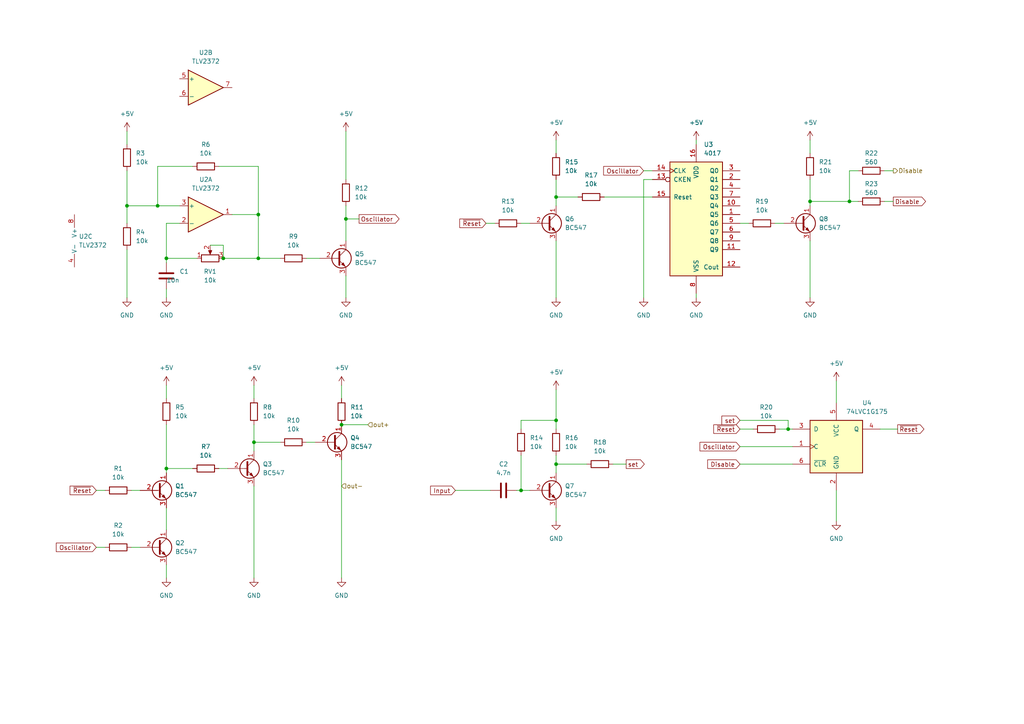
<source format=kicad_sch>
(kicad_sch (version 20230121) (generator eeschema)
  (paper "A4")
  (lib_symbols
    (symbol "4xxx:4017" (pin_names (offset 1.016))
      (property "Reference" "U" (at -7.62 16.51 0))
      (property "Value" "4017" (at -7.62 -19.05 0))
      (symbol "4017_1_0"
        (pin output line (at 12.7 0 180) (length 5.08) (name "Q5") (number "1"))
        (pin output line (at 12.7 2.54 180) (length 5.08) (name "Q4") (number "10"))
        (pin output line (at 12.7 -10.16 180) (length 5.08) (name "Q9") (number "11"))
        (pin output line (at 12.7 -15.24 180) (length 5.08) (name "Cout") (number "12"))
        (pin input inverted (at -12.7 10.16 0) (length 5.08) (name "CKEN") (number "13"))
        (pin input clock (at -12.7 12.7 0) (length 5.08) (name "CLK") (number "14"))
        (pin input line (at -12.7 5.08 0) (length 5.08) (name "Reset") (number "15"))
        (pin power_in line (at 0 20.32 270) (length 5.08) (name "VDD") (number "16"))
        (pin output line (at 12.7 10.16 180) (length 5.08) (name "Q1") (number "2"))
        (pin output line (at 12.7 12.7 180) (length 5.08) (name "Q0") (number "3"))
        (pin output line (at 12.7 7.62 180) (length 5.08) (name "Q2") (number "4"))
        (pin output line (at 12.7 -2.54 180) (length 5.08) (name "Q6") (number "5"))
        (pin output line (at 12.7 -5.08 180) (length 5.08) (name "Q7") (number "6"))
        (pin output line (at 12.7 5.08 180) (length 5.08) (name "Q3") (number "7"))
        (pin power_in line (at 0 -22.86 90) (length 5.08) (name "VSS") (number "8"))
        (pin output line (at 12.7 -7.62 180) (length 5.08) (name "Q8") (number "9"))
      )
      (symbol "4017_1_1"
        (rectangle (start -7.62 15.24) (end 7.62 -17.78) (stroke (width 0.254)) (fill (type background)))
      )
    )
    (symbol "74xGxx:74LVC1G175" (pin_names (offset 1.016))
      (property "Reference" "U" (at -5.08 10.16 0))
      (property "Value" "74LVC1G175" (at 10.16 -10.16 0))
      (symbol "74LVC1G175_0_1"
        (rectangle (start -7.62 7.62) (end 7.62 -7.62) (stroke (width 0.254)) (fill (type background)))
      )
      (symbol "74LVC1G175_1_1"
        (pin input clock (at -12.7 0 0) (length 5.08) (name "C") (number "1"))
        (pin power_in line (at 0 -12.7 90) (length 5.08) (name "GND") (number "2"))
        (pin input line (at -12.7 5.08 0) (length 5.08) (name "D") (number "3"))
        (pin output line (at 12.7 5.08 180) (length 5.08) (name "Q") (number "4"))
        (pin power_in line (at 0 12.7 270) (length 5.08) (name "VCC") (number "5"))
        (pin input line (at -12.7 -5.08 0) (length 5.08) (name "~{CLR}") (number "6"))
      )
    )
    (symbol "Amplifier_Operational:TLV2372" (pin_names (offset 0.127))
      (property "Reference" "U" (at 0 5.08 0))
      (property "Value" "TLV2372" (at 0 -5.08 0))
      (symbol "TLV2372_1_1"
        (polyline (pts (xy -5.08 5.08) (xy 5.08 0) (xy -5.08 -5.08) (xy -5.08 5.08)) (stroke (width 0.254)) (fill (type background)))
        (pin output line (at 7.62 0 180) (length 2.54) (name "~") (number "1"))
        (pin input line (at -7.62 -2.54 0) (length 2.54) (name "-") (number "2"))
        (pin input line (at -7.62 2.54 0) (length 2.54) (name "+") (number "3"))
      )
      (symbol "TLV2372_2_1"
        (polyline (pts (xy -5.08 5.08) (xy 5.08 0) (xy -5.08 -5.08) (xy -5.08 5.08)) (stroke (width 0.254)) (fill (type background)))
        (pin input line (at -7.62 2.54 0) (length 2.54) (name "+") (number "5"))
        (pin input line (at -7.62 -2.54 0) (length 2.54) (name "-") (number "6"))
        (pin output line (at 7.62 0 180) (length 2.54) (name "~") (number "7"))
      )
      (symbol "TLV2372_3_1"
        (pin power_in line (at -2.54 -7.62 90) (length 3.81) (name "V-") (number "4"))
        (pin power_in line (at -2.54 7.62 270) (length 3.81) (name "V+") (number "8"))
      )
    )
    (symbol "Device:C" (pin_numbers hide) (pin_names (offset 0.254))
      (property "Reference" "C" (at 0.635 2.54 0))
      (property "Value" "C" (at 0.635 -2.54 0))
      (symbol "C_0_1"
        (polyline (pts (xy -2.032 -0.762) (xy 2.032 -0.762)) (stroke (width 0.508)))
        (polyline (pts (xy -2.032 0.762) (xy 2.032 0.762)) (stroke (width 0.508)))
      )
      (symbol "C_1_1"
        (pin passive line (at 0 3.81 270) (length 2.794) (name "~") (number "1"))
        (pin passive line (at 0 -3.81 90) (length 2.794) (name "~") (number "2"))
      )
    )
    (symbol "Device:R" (pin_numbers hide) (pin_names (offset 0))
      (property "Reference" "R" (at 2.032 0 90))
      (property "Value" "R" (at 0 0 90))
      (symbol "R_0_1"
        (rectangle (start -1.016 -2.54) (end 1.016 2.54) (stroke (width 0.254)))
      )
      (symbol "R_1_1"
        (pin passive line (at 0 3.81 270) (length 1.27) (name "~") (number "1"))
        (pin passive line (at 0 -3.81 90) (length 1.27) (name "~") (number "2"))
      )
    )
    (symbol "Device:R_Potentiometer" (pin_names (offset 1.016) hide)
      (property "Reference" "RV" (at -4.445 0 90))
      (property "Value" "R_Potentiometer" (at -2.54 0 90))
      (symbol "R_Potentiometer_0_1"
        (polyline (pts (xy 2.54 0) (xy 1.524 0)))
        (polyline (pts (xy 1.143 0) (xy 2.286 0.508) (xy 2.286 -0.508) (xy 1.143 0)) (fill (type outline)))
        (rectangle (start 1.016 2.54) (end -1.016 -2.54) (stroke (width 0.254)))
      )
      (symbol "R_Potentiometer_1_1"
        (pin passive line (at 0 3.81 270) (length 1.27) (name "1") (number "1"))
        (pin passive line (at 3.81 0 180) (length 1.27) (name "2") (number "2"))
        (pin passive line (at 0 -3.81 90) (length 1.27) (name "3") (number "3"))
      )
    )
    (symbol "Transistor_BJT:BC547" (pin_names (offset 0) hide)
      (property "Reference" "Q" (at 5.08 1.905 0))
      (property "Value" "BC547" (at 5.08 0 0))
      (symbol "BC547_0_1"
        (polyline (pts (xy 0 0) (xy 0.635 0)))
        (polyline (pts (xy 0.635 0.635) (xy 2.54 2.54)))
        (polyline (pts (xy 0.635 -0.635) (xy 2.54 -2.54) (xy 2.54 -2.54)))
        (polyline (pts (xy 0.635 1.905) (xy 0.635 -1.905) (xy 0.635 -1.905)) (stroke (width 0.508)))
        (polyline (pts (xy 1.27 -1.778) (xy 1.778 -1.27) (xy 2.286 -2.286) (xy 1.27 -1.778) (xy 1.27 -1.778)) (fill (type outline)))
        (circle (center 1.27 0) (radius 2.8194) (stroke (width 0.254)))
      )
      (symbol "BC547_1_1"
        (pin passive line (at 2.54 5.08 270) (length 2.54) (name "C") (number "1"))
        (pin input line (at -5.08 0 0) (length 5.08) (name "B") (number "2"))
        (pin passive line (at 2.54 -5.08 90) (length 2.54) (name "E") (number "3"))
      )
    )
    (symbol "power:+5V" (power) (pin_names (offset 0))
      (property "Value" "+5V" (at 0 3.556 0))
      (symbol "+5V_0_1"
        (polyline (pts (xy -0.762 1.27) (xy 0 2.54)))
        (polyline (pts (xy 0 0) (xy 0 2.54)))
        (polyline (pts (xy 0 2.54) (xy 0.762 1.27)))
      )
      (symbol "+5V_1_1"
        (pin power_in line (at 0 0 90) (length 0) hide (name "+5V") (number "1"))
      )
    )
    (symbol "power:GND" (power) (pin_names (offset 0))
      (property "Value" "GND" (at 0 -3.81 0))
      (symbol "GND_0_1"
        (polyline (pts (xy 0 0) (xy 0 -1.27) (xy 1.27 -1.27) (xy 0 -2.54) (xy -1.27 -1.27) (xy 0 -1.27)))
      )
      (symbol "GND_1_1"
        (pin power_in line (at 0 0 270) (length 0) hide (name "GND") (number "1"))
      )
    )
  )
  (junction (at 234.95 58.42))
  (junction (at 151.13 142.24))
  (junction (at 73.66 128.27))
  (junction (at 246.38 58.42))
  (junction (at 48.26 74.93))
  (junction (at 48.26 135.89))
  (junction (at 100.33 63.5))
  (junction (at 161.29 57.15))
  (junction (at 64.77 74.93))
  (junction (at 45.72 59.69))
  (junction (at 99.06 123.19))
  (junction (at 161.29 134.62))
  (junction (at 161.29 121.92))
  (junction (at 74.93 62.23))
  (junction (at 228.6 124.46))
  (junction (at 36.83 59.69))
  (junction (at 74.93 74.93))
  (wire (pts (xy 27.94 142.24) (xy 30.48 142.24)))
  (wire (pts (xy 100.33 59.69) (xy 100.33 63.5)))
  (wire (pts (xy 214.63 64.77) (xy 217.17 64.77)))
  (wire (pts (xy 36.83 72.39) (xy 36.83 86.36)))
  (wire (pts (xy 218.44 124.46) (xy 214.63 124.46)))
  (wire (pts (xy 140.97 64.77) (xy 143.51 64.77)))
  (wire (pts (xy 186.69 86.36) (xy 186.69 52.07)))
  (wire (pts (xy 74.93 74.93) (xy 81.28 74.93)))
  (wire (pts (xy 242.57 142.24) (xy 242.57 151.13)))
  (wire (pts (xy 151.13 142.24) (xy 153.67 142.24)))
  (wire (pts (xy 248.92 58.42) (xy 246.38 58.42)))
  (wire (pts (xy 234.95 52.07) (xy 234.95 58.42)))
  (wire (pts (xy 214.63 121.92) (xy 228.6 121.92)))
  (wire (pts (xy 36.83 38.1) (xy 36.83 41.91)))
  (wire (pts (xy 255.27 124.46) (xy 260.35 124.46)))
  (wire (pts (xy 234.95 69.85) (xy 234.95 86.36)))
  (wire (pts (xy 74.93 74.93) (xy 74.93 62.23)))
  (wire (pts (xy 246.38 58.42) (xy 234.95 58.42)))
  (wire (pts (xy 161.29 151.13) (xy 161.29 147.32)))
  (wire (pts (xy 99.06 111.76) (xy 99.06 115.57)))
  (wire (pts (xy 161.29 134.62) (xy 170.18 134.62)))
  (wire (pts (xy 45.72 48.26) (xy 45.72 59.69)))
  (wire (pts (xy 45.72 59.69) (xy 36.83 59.69)))
  (wire (pts (xy 99.06 123.19) (xy 106.68 123.19)))
  (wire (pts (xy 175.26 57.15) (xy 189.23 57.15)))
  (wire (pts (xy 100.33 38.1) (xy 100.33 52.07)))
  (wire (pts (xy 74.93 62.23) (xy 67.31 62.23)))
  (wire (pts (xy 55.88 48.26) (xy 45.72 48.26)))
  (wire (pts (xy 63.5 48.26) (xy 74.93 48.26)))
  (wire (pts (xy 57.15 74.93) (xy 48.26 74.93)))
  (wire (pts (xy 99.06 133.35) (xy 99.06 167.64)))
  (wire (pts (xy 48.26 135.89) (xy 55.88 135.89)))
  (wire (pts (xy 48.26 74.93) (xy 48.26 76.2)))
  (wire (pts (xy 161.29 134.62) (xy 161.29 137.16)))
  (wire (pts (xy 36.83 59.69) (xy 36.83 64.77)))
  (wire (pts (xy 151.13 64.77) (xy 153.67 64.77)))
  (wire (pts (xy 161.29 113.03) (xy 161.29 121.92)))
  (wire (pts (xy 214.63 129.54) (xy 229.87 129.54)))
  (wire (pts (xy 73.66 140.97) (xy 73.66 167.64)))
  (wire (pts (xy 246.38 49.53) (xy 246.38 58.42)))
  (wire (pts (xy 48.26 147.32) (xy 48.26 153.67)))
  (wire (pts (xy 38.1 142.24) (xy 40.64 142.24)))
  (wire (pts (xy 242.57 110.49) (xy 242.57 116.84)))
  (wire (pts (xy 228.6 124.46) (xy 229.87 124.46)))
  (wire (pts (xy 27.94 158.75) (xy 30.48 158.75)))
  (wire (pts (xy 88.9 128.27) (xy 91.44 128.27)))
  (wire (pts (xy 259.08 58.42) (xy 256.54 58.42)))
  (wire (pts (xy 149.86 142.24) (xy 151.13 142.24)))
  (wire (pts (xy 234.95 40.64) (xy 234.95 44.45)))
  (wire (pts (xy 259.08 49.53) (xy 256.54 49.53)))
  (wire (pts (xy 73.66 123.19) (xy 73.66 128.27)))
  (wire (pts (xy 73.66 128.27) (xy 81.28 128.27)))
  (wire (pts (xy 161.29 40.64) (xy 161.29 44.45)))
  (wire (pts (xy 161.29 57.15) (xy 167.64 57.15)))
  (wire (pts (xy 151.13 121.92) (xy 161.29 121.92)))
  (wire (pts (xy 132.08 142.24) (xy 142.24 142.24)))
  (wire (pts (xy 48.26 64.77) (xy 52.07 64.77)))
  (wire (pts (xy 226.06 124.46) (xy 228.6 124.46)))
  (wire (pts (xy 74.93 48.26) (xy 74.93 62.23)))
  (wire (pts (xy 45.72 59.69) (xy 52.07 59.69)))
  (wire (pts (xy 60.96 71.12) (xy 64.77 71.12)))
  (wire (pts (xy 224.79 64.77) (xy 227.33 64.77)))
  (wire (pts (xy 248.92 49.53) (xy 246.38 49.53)))
  (wire (pts (xy 234.95 58.42) (xy 234.95 59.69)))
  (wire (pts (xy 161.29 132.08) (xy 161.29 134.62)))
  (wire (pts (xy 100.33 63.5) (xy 104.14 63.5)))
  (wire (pts (xy 48.26 111.76) (xy 48.26 115.57)))
  (wire (pts (xy 48.26 123.19) (xy 48.26 135.89)))
  (wire (pts (xy 201.93 40.64) (xy 201.93 41.91)))
  (wire (pts (xy 161.29 57.15) (xy 161.29 59.69)))
  (wire (pts (xy 161.29 121.92) (xy 161.29 124.46)))
  (wire (pts (xy 48.26 83.82) (xy 48.26 86.36)))
  (wire (pts (xy 48.26 163.83) (xy 48.26 167.64)))
  (wire (pts (xy 64.77 74.93) (xy 74.93 74.93)))
  (wire (pts (xy 48.26 135.89) (xy 48.26 137.16)))
  (wire (pts (xy 161.29 52.07) (xy 161.29 57.15)))
  (wire (pts (xy 36.83 59.69) (xy 36.83 49.53)))
  (wire (pts (xy 100.33 80.01) (xy 100.33 86.36)))
  (wire (pts (xy 63.5 135.89) (xy 66.04 135.89)))
  (wire (pts (xy 88.9 74.93) (xy 92.71 74.93)))
  (wire (pts (xy 151.13 121.92) (xy 151.13 124.46)))
  (wire (pts (xy 64.77 71.12) (xy 64.77 74.93)))
  (wire (pts (xy 73.66 128.27) (xy 73.66 130.81)))
  (wire (pts (xy 38.1 158.75) (xy 40.64 158.75)))
  (wire (pts (xy 48.26 64.77) (xy 48.26 74.93)))
  (wire (pts (xy 201.93 86.36) (xy 201.93 85.09)))
  (wire (pts (xy 151.13 132.08) (xy 151.13 142.24)))
  (wire (pts (xy 214.63 134.62) (xy 229.87 134.62)))
  (wire (pts (xy 181.61 134.62) (xy 177.8 134.62)))
  (wire (pts (xy 100.33 63.5) (xy 100.33 69.85)))
  (wire (pts (xy 73.66 111.76) (xy 73.66 115.57)))
  (wire (pts (xy 186.69 52.07) (xy 189.23 52.07)))
  (wire (pts (xy 186.69 49.53) (xy 189.23 49.53)))
  (wire (pts (xy 161.29 69.85) (xy 161.29 86.36)))
  (wire (pts (xy 228.6 121.92) (xy 228.6 124.46)))
  (global_label "~{Reset}" (shape output) (at 260.35 124.46 0) (property "Intersheetrefs" "${INTERSHEET_REFS}" (effects hide)))
  (global_label "Oscillator" (shape output) (at 104.14 63.5 0) (property "Intersheetrefs" "${INTERSHEET_REFS}" (effects hide)))
  (global_label "Oscillator" (shape input) (at 214.63 129.54 180) (property "Intersheetrefs" "${INTERSHEET_REFS}" (effects hide)))
  (global_label "~{Reset}" (shape input) (at 27.94 142.24 180) (property "Intersheetrefs" "${INTERSHEET_REFS}" (effects hide)))
  (global_label "Disable" (shape output) (at 259.08 58.42 0) (property "Intersheetrefs" "${INTERSHEET_REFS}" (effects hide)))
  (global_label "set" (shape input) (at 214.63 121.92 180) (property "Intersheetrefs" "${INTERSHEET_REFS}" (effects hide)))
  (global_label "set" (shape output) (at 181.61 134.62 0) (property "Intersheetrefs" "${INTERSHEET_REFS}" (effects hide)))
  (global_label "Oscillator" (shape input) (at 186.69 49.53 180) (property "Intersheetrefs" "${INTERSHEET_REFS}" (effects hide)))
  (global_label "~{Reset}" (shape input) (at 140.97 64.77 180) (property "Intersheetrefs" "${INTERSHEET_REFS}" (effects hide)))
  (global_label "Disable" (shape input) (at 214.63 134.62 180) (property "Intersheetrefs" "${INTERSHEET_REFS}" (effects hide)))
  (global_label "Input" (shape input) (at 132.08 142.24 180) (property "Intersheetrefs" "${INTERSHEET_REFS}" (effects hide)))
  (global_label "Oscillator" (shape input) (at 27.94 158.75 180) (property "Intersheetrefs" "${INTERSHEET_REFS}" (effects hide)))
  (global_label "~{Reset}" (shape input) (at 214.63 124.46 180) (property "Intersheetrefs" "${INTERSHEET_REFS}" (effects hide)))
  (hierarchical_label "out+" (shape input) (at 106.68 123.19 0))
  (hierarchical_label "out-" (shape input) (at 99.06 140.97 0))
  (hierarchical_label "Disable" (shape output) (at 259.08 49.53 0))
  (symbol (lib_id "Device:R") (at 100.33 55.88 0) (unit 1)
    (property "Reference" "R12" (at 102.87 54.61 0) (effects (justify left)))
    (property "Value" "10k" (at 102.87 57.15 0) (effects (justify left)))
  )
  (symbol (lib_id "power:GND") (at 99.06 167.64 0) (unit 1)
    (property "Reference" "#PWR09" (effects hide))
    (property "Value" "GND" (at 99.06 172.72 0))
  )
  (symbol (lib_id "Transistor_BJT:BC547") (at 158.75 64.77 0) (unit 1)
    (property "Reference" "Q6" (at 163.83 63.5 0) (effects (justify left)))
    (property "Value" "BC547" (at 163.83 66.04 0) (effects (justify left)))
    (property "Footprint" "Package_TO_SOT_THT:TO-92_Inline" (effects hide))
    (property "Datasheet" "https://www.onsemi.com/pub/Collateral/BC550-D.pdf" (effects hide))
  )
  (symbol (lib_id "Device:R") (at 48.26 119.38 0) (unit 1)
    (property "Reference" "R5" (at 50.8 118.11 0) (effects (justify left)))
    (property "Value" "10k" (at 50.8 120.65 0) (effects (justify left)))
  )
  (symbol (lib_id "Device:C") (at 146.05 142.24 90) (unit 1)
    (property "Reference" "C2" (at 146.05 134.62 90))
    (property "Value" "4.7n" (at 146.05 137.16 90))
  )
  (symbol (lib_id "Transistor_BJT:BC547") (at 45.72 158.75 0) (unit 1)
    (property "Reference" "Q2" (at 50.8 157.48 0) (effects (justify left)))
    (property "Value" "BC547" (at 50.8 160.02 0) (effects (justify left)))
    (property "Footprint" "Package_TO_SOT_THT:TO-92_Inline" (effects hide))
    (property "Datasheet" "https://www.onsemi.com/pub/Collateral/BC550-D.pdf" (effects hide))
  )
  (symbol (lib_id "Device:R") (at 34.29 158.75 90) (unit 1)
    (property "Reference" "R2" (at 34.29 152.4 90))
    (property "Value" "10k" (at 34.29 154.94 90))
  )
  (symbol (lib_id "power:GND") (at 36.83 86.36 0) (unit 1)
    (property "Reference" "#PWR02" (effects hide))
    (property "Value" "GND" (at 36.83 91.44 0))
  )
  (symbol (lib_id "power:GND") (at 161.29 151.13 0) (unit 1)
    (property "Reference" "#PWR015" (effects hide))
    (property "Value" "GND" (at 161.29 156.21 0))
  )
  (symbol (lib_id "Device:R") (at 234.95 48.26 180) (unit 1)
    (property "Reference" "R21" (at 237.49 46.99 0) (effects (justify right)))
    (property "Value" "10k" (at 237.49 49.53 0) (effects (justify right)))
  )
  (symbol (lib_id "power:+5V") (at 201.93 40.64 0) (unit 1)
    (property "Reference" "#PWR017" (effects hide))
    (property "Value" "+5V" (at 201.93 35.56 0))
  )
  (symbol (lib_id "power:GND") (at 242.57 151.13 0) (unit 1)
    (property "Reference" "#PWR022" (effects hide))
    (property "Value" "GND" (at 242.57 156.21 0))
  )
  (symbol (lib_id "power:+5V") (at 161.29 40.64 0) (unit 1)
    (property "Reference" "#PWR012" (effects hide))
    (property "Value" "+5V" (at 161.29 35.56 0))
  )
  (symbol (lib_id "power:GND") (at 201.93 86.36 0) (unit 1)
    (property "Reference" "#PWR018" (effects hide))
    (property "Value" "GND" (at 201.93 91.44 0))
  )
  (symbol (lib_id "Device:R") (at 151.13 128.27 180) (unit 1)
    (property "Reference" "R14" (at 153.67 127 0) (effects (justify right)))
    (property "Value" "10k" (at 153.67 129.54 0) (effects (justify right)))
  )
  (symbol (lib_id "Device:R") (at 173.99 134.62 90) (unit 1)
    (property "Reference" "R18" (at 173.99 128.27 90))
    (property "Value" "10k" (at 173.99 130.81 90))
  )
  (symbol (lib_id "Device:R") (at 161.29 128.27 0) (unit 1)
    (property "Reference" "R16" (at 163.83 127 0) (effects (justify left)))
    (property "Value" "10k" (at 163.83 129.54 0) (effects (justify left)))
  )
  (symbol (lib_id "power:GND") (at 234.95 86.36 0) (unit 1)
    (property "Reference" "#PWR020" (effects hide))
    (property "Value" "GND" (at 234.95 91.44 0))
  )
  (symbol (lib_id "power:+5V") (at 99.06 111.76 0) (unit 1)
    (property "Reference" "#PWR08" (effects hide))
    (property "Value" "+5V" (at 99.06 106.68 0))
  )
  (symbol (lib_id "Device:R") (at 85.09 128.27 90) (unit 1)
    (property "Reference" "R10" (at 85.09 121.92 90))
    (property "Value" "10k" (at 85.09 124.46 90))
  )
  (symbol (lib_id "power:GND") (at 100.33 86.36 0) (unit 1)
    (property "Reference" "#PWR011" (effects hide))
    (property "Value" "GND" (at 100.33 91.44 0))
  )
  (symbol (lib_id "4xxx:4017") (at 201.93 62.23 0) (unit 1)
    (property "Reference" "U3" (at 204.1241 41.91 0) (effects (justify left)))
    (property "Value" "4017" (at 204.1241 44.45 0) (effects (justify left)))
    (property "Datasheet" "http://www.intersil.com/content/dam/Intersil/documents/cd40/cd4017bms-22bms.pdf" (effects hide))
  )
  (symbol (lib_id "Device:R") (at 220.98 64.77 90) (unit 1)
    (property "Reference" "R19" (at 220.98 58.42 90))
    (property "Value" "10k" (at 220.98 60.96 90))
  )
  (symbol (lib_id "Transistor_BJT:BC547") (at 158.75 142.24 0) (unit 1)
    (property "Reference" "Q7" (at 163.83 140.97 0) (effects (justify left)))
    (property "Value" "BC547" (at 163.83 143.51 0) (effects (justify left)))
    (property "Footprint" "Package_TO_SOT_THT:TO-92_Inline" (effects hide))
    (property "Datasheet" "https://www.onsemi.com/pub/Collateral/BC550-D.pdf" (effects hide))
  )
  (symbol (lib_id "Device:R") (at 36.83 68.58 0) (unit 1)
    (property "Reference" "R4" (at 39.37 67.31 0) (effects (justify left)))
    (property "Value" "10k" (at 39.37 69.85 0) (effects (justify left)))
  )
  (symbol (lib_id "Transistor_BJT:BC547") (at 97.79 74.93 0) (unit 1)
    (property "Reference" "Q5" (at 102.87 73.66 0) (effects (justify left)))
    (property "Value" "BC547" (at 102.87 76.2 0) (effects (justify left)))
    (property "Footprint" "Package_TO_SOT_THT:TO-92_Inline" (effects hide))
    (property "Datasheet" "https://www.onsemi.com/pub/Collateral/BC550-D.pdf" (effects hide))
  )
  (symbol (lib_id "Amplifier_Operational:TLV2372") (at 59.69 25.4 0) (unit 2)
    (property "Reference" "U2" (at 59.69 15.24 0))
    (property "Value" "TLV2372" (at 59.69 17.78 0))
    (property "Datasheet" "http://www.ti.com/lit/ds/symlink/tlv2375.pdf" (effects hide))
  )
  (symbol (lib_id "Transistor_BJT:BC547") (at 71.12 135.89 0) (unit 1)
    (property "Reference" "Q3" (at 76.2 134.62 0) (effects (justify left)))
    (property "Value" "BC547" (at 76.2 137.16 0) (effects (justify left)))
    (property "Footprint" "Package_TO_SOT_THT:TO-92_Inline" (effects hide))
    (property "Datasheet" "https://www.onsemi.com/pub/Collateral/BC550-D.pdf" (effects hide))
  )
  (symbol (lib_id "power:GND") (at 186.69 86.36 0) (unit 1)
    (property "Reference" "#PWR016" (effects hide))
    (property "Value" "GND" (at 186.69 91.44 0))
  )
  (symbol (lib_id "Device:R") (at 59.69 48.26 90) (unit 1)
    (property "Reference" "R6" (at 59.69 41.91 90))
    (property "Value" "10k" (at 59.69 44.45 90))
  )
  (symbol (lib_id "power:GND") (at 73.66 167.64 0) (unit 1)
    (property "Reference" "#PWR07" (effects hide))
    (property "Value" "GND" (at 73.66 172.72 0))
  )
  (symbol (lib_id "power:GND") (at 48.26 167.64 0) (unit 1)
    (property "Reference" "#PWR05" (effects hide))
    (property "Value" "GND" (at 48.26 172.72 0))
  )
  (symbol (lib_id "Device:R") (at 147.32 64.77 90) (unit 1)
    (property "Reference" "R13" (at 147.32 58.42 90))
    (property "Value" "10k" (at 147.32 60.96 90))
  )
  (symbol (lib_id "power:+5V") (at 242.57 110.49 0) (unit 1)
    (property "Reference" "#PWR021" (effects hide))
    (property "Value" "+5V" (at 242.57 105.41 0))
  )
  (symbol (lib_id "Device:R_Potentiometer") (at 60.96 74.93 90) (unit 1)
    (property "Reference" "RV1" (at 60.96 78.74 90))
    (property "Value" "10k" (at 60.96 81.28 90))
  )
  (symbol (lib_id "power:+5V") (at 161.29 113.03 0) (unit 1)
    (property "Reference" "#PWR014" (effects hide))
    (property "Value" "+5V" (at 161.29 107.95 0))
  )
  (symbol (lib_id "power:GND") (at 48.26 86.36 0) (unit 1)
    (property "Reference" "#PWR03" (effects hide))
    (property "Value" "GND" (at 48.26 91.44 0))
  )
  (symbol (lib_id "74xGxx:74LVC1G175") (at 242.57 129.54 0) (unit 1)
    (property "Reference" "U4" (at 251.46 116.84 0))
    (property "Value" "74LVC1G175" (at 251.46 119.38 0))
    (property "Datasheet" "http://www.ti.com/lit/sg/scyt129e/scyt129e.pdf" (effects hide))
  )
  (symbol (lib_id "Transistor_BJT:BC547") (at 45.72 142.24 0) (unit 1)
    (property "Reference" "Q1" (at 50.8 140.97 0) (effects (justify left)))
    (property "Value" "BC547" (at 50.8 143.51 0) (effects (justify left)))
    (property "Footprint" "Package_TO_SOT_THT:TO-92_Inline" (effects hide))
    (property "Datasheet" "https://www.onsemi.com/pub/Collateral/BC550-D.pdf" (effects hide))
  )
  (symbol (lib_id "power:+5V") (at 36.83 38.1 0) (unit 1)
    (property "Reference" "#PWR01" (effects hide))
    (property "Value" "+5V" (at 36.83 33.02 0))
  )
  (symbol (lib_id "Device:C") (at 48.26 80.01 0) (unit 1)
    (property "Reference" "C1" (at 52.07 78.74 0) (effects (justify left)))
    (property "Value" "10n" (at 52.07 81.28 0) (effects (justify right)))
  )
  (symbol (lib_id "Amplifier_Operational:TLV2372") (at 24.13 69.85 0) (unit 3)
    (property "Reference" "U2" (at 22.86 68.58 0) (effects (justify left)))
    (property "Value" "TLV2372" (at 22.86 71.12 0) (effects (justify left)))
    (property "Datasheet" "http://www.ti.com/lit/ds/symlink/tlv2375.pdf" (effects hide))
  )
  (symbol (lib_id "Device:R") (at 85.09 74.93 90) (unit 1)
    (property "Reference" "R9" (at 85.09 68.58 90))
    (property "Value" "10k" (at 85.09 71.12 90))
  )
  (symbol (lib_id "Device:R") (at 73.66 119.38 0) (unit 1)
    (property "Reference" "R8" (at 76.2 118.11 0) (effects (justify left)))
    (property "Value" "10k" (at 76.2 120.65 0) (effects (justify left)))
  )
  (symbol (lib_id "power:+5V") (at 73.66 111.76 0) (unit 1)
    (property "Reference" "#PWR06" (effects hide))
    (property "Value" "+5V" (at 73.66 106.68 0))
  )
  (symbol (lib_id "Device:R") (at 99.06 119.38 0) (unit 1)
    (property "Reference" "R11" (at 101.6 118.11 0) (effects (justify left)))
    (property "Value" "10k" (at 101.6 120.65 0) (effects (justify left)))
  )
  (symbol (lib_id "Device:R") (at 34.29 142.24 90) (unit 1)
    (property "Reference" "R1" (at 34.29 135.89 90))
    (property "Value" "10k" (at 34.29 138.43 90))
  )
  (symbol (lib_id "Device:R") (at 59.69 135.89 90) (unit 1)
    (property "Reference" "R7" (at 59.69 129.54 90))
    (property "Value" "10k" (at 59.69 132.08 90))
  )
  (symbol (lib_id "Amplifier_Operational:TLV2372") (at 59.69 62.23 0) (unit 1)
    (property "Reference" "U2" (at 59.69 52.07 0))
    (property "Value" "TLV2372" (at 59.69 54.61 0))
    (property "Datasheet" "http://www.ti.com/lit/ds/symlink/tlv2375.pdf" (effects hide))
  )
  (symbol (lib_id "power:+5V") (at 100.33 38.1 0) (unit 1)
    (property "Reference" "#PWR010" (effects hide))
    (property "Value" "+5V" (at 100.33 33.02 0))
  )
  (symbol (lib_id "Device:R") (at 222.25 124.46 90) (unit 1)
    (property "Reference" "R20" (at 222.25 118.11 90))
    (property "Value" "10k" (at 222.25 120.65 90))
  )
  (symbol (lib_id "Device:R") (at 252.73 49.53 90) (unit 1)
    (property "Reference" "R22" (at 252.73 44.45 90))
    (property "Value" "560" (at 252.73 46.99 90))
  )
  (symbol (lib_id "power:GND") (at 161.29 86.36 0) (unit 1)
    (property "Reference" "#PWR013" (effects hide))
    (property "Value" "GND" (at 161.29 91.44 0))
  )
  (symbol (lib_id "Device:R") (at 252.73 58.42 90) (unit 1)
    (property "Reference" "R23" (at 252.73 53.34 90))
    (property "Value" "560" (at 252.73 55.88 90))
  )
  (symbol (lib_id "power:+5V") (at 234.95 40.64 0) (unit 1)
    (property "Reference" "#PWR019" (effects hide))
    (property "Value" "+5V" (at 234.95 35.56 0))
  )
  (symbol (lib_id "Device:R") (at 161.29 48.26 0) (unit 1)
    (property "Reference" "R15" (at 163.83 46.99 0) (effects (justify left)))
    (property "Value" "10k" (at 163.83 49.53 0) (effects (justify left)))
  )
  (symbol (lib_id "Device:R") (at 36.83 45.72 0) (unit 1)
    (property "Reference" "R3" (at 39.37 44.45 0) (effects (justify left)))
    (property "Value" "10k" (at 39.37 46.99 0) (effects (justify left)))
  )
  (symbol (lib_id "Transistor_BJT:BC547") (at 96.52 128.27 0) (unit 1)
    (property "Reference" "Q4" (at 101.6 127 0) (effects (justify left)))
    (property "Value" "BC547" (at 101.6 129.54 0) (effects (justify left)))
    (property "Footprint" "Package_TO_SOT_THT:TO-92_Inline" (effects hide))
    (property "Datasheet" "https://www.onsemi.com/pub/Collateral/BC550-D.pdf" (effects hide))
  )
  (symbol (lib_id "power:+5V") (at 48.26 111.76 0) (unit 1)
    (property "Reference" "#PWR04" (effects hide))
    (property "Value" "+5V" (at 48.26 106.68 0))
  )
  (symbol (lib_id "Device:R") (at 171.45 57.15 90) (unit 1)
    (property "Reference" "R17" (at 171.45 50.8 90))
    (property "Value" "10k" (at 171.45 53.34 90))
  )
  (symbol (lib_id "Transistor_BJT:BC547") (at 232.41 64.77 0) (unit 1)
    (property "Reference" "Q8" (at 237.49 63.5 0) (effects (justify left)))
    (property "Value" "BC547" (at 237.49 66.04 0) (effects (justify left)))
    (property "Footprint" "Package_TO_SOT_THT:TO-92_Inline" (effects hide))
    (property "Datasheet" "https://www.onsemi.com/pub/Collateral/BC550-D.pdf" (effects hide))
  )
)
</source>
